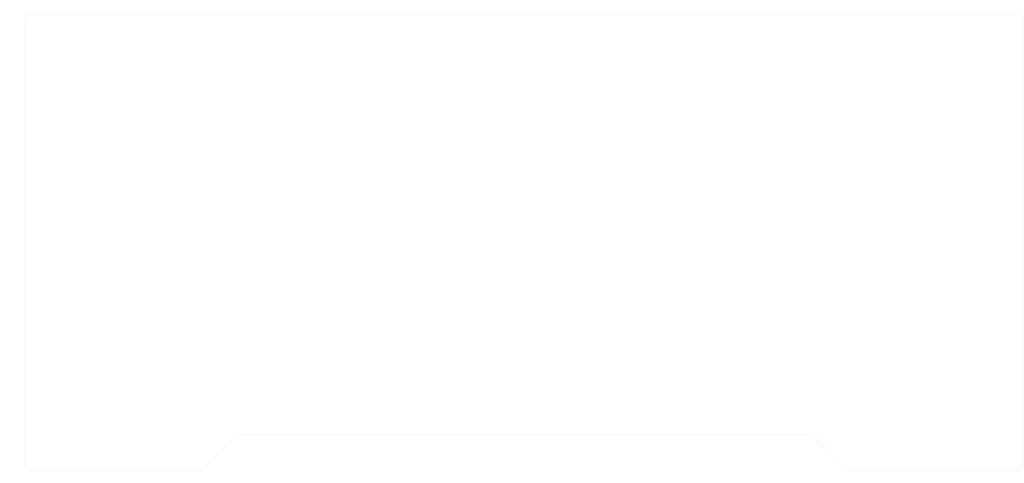
<source format=kicad_pcb>
(kicad_pcb (version 20171130) (host pcbnew "(5.1.2-1)-1")

  (general
    (thickness 1.6)
    (drawings 19)
    (tracks 0)
    (zones 0)
    (modules 0)
    (nets 1)
  )

  (page A3)
  (title_block
    (title "keyboard bridge for MacBook Pro 15inch 2018")
    (date 2019-12-19)
  )

  (layers
    (0 F.Cu signal)
    (31 B.Cu signal)
    (32 B.Adhes user)
    (33 F.Adhes user)
    (34 B.Paste user)
    (35 F.Paste user)
    (36 B.SilkS user)
    (37 F.SilkS user)
    (38 B.Mask user)
    (39 F.Mask user)
    (40 Dwgs.User user)
    (41 Cmts.User user)
    (42 Eco1.User user)
    (43 Eco2.User user)
    (44 Edge.Cuts user)
    (45 Margin user)
    (46 B.CrtYd user)
    (47 F.CrtYd user)
    (48 B.Fab user)
    (49 F.Fab user)
  )

  (setup
    (last_trace_width 0.25)
    (trace_clearance 0.2)
    (zone_clearance 0.508)
    (zone_45_only no)
    (trace_min 0.2)
    (via_size 0.8)
    (via_drill 0.4)
    (via_min_size 0.4)
    (via_min_drill 0.3)
    (uvia_size 0.3)
    (uvia_drill 0.1)
    (uvias_allowed no)
    (uvia_min_size 0.2)
    (uvia_min_drill 0.1)
    (edge_width 0.05)
    (segment_width 0.2)
    (pcb_text_width 0.3)
    (pcb_text_size 1.5 1.5)
    (mod_edge_width 0.12)
    (mod_text_size 1 1)
    (mod_text_width 0.15)
    (pad_size 1.524 1.524)
    (pad_drill 0.762)
    (pad_to_mask_clearance 0.051)
    (solder_mask_min_width 0.25)
    (aux_axis_origin 0 0)
    (visible_elements FFFFFF7F)
    (pcbplotparams
      (layerselection 0x01100_7ffffffe)
      (usegerberextensions false)
      (usegerberattributes false)
      (usegerberadvancedattributes false)
      (creategerberjobfile false)
      (excludeedgelayer false)
      (linewidth 0.100000)
      (plotframeref false)
      (viasonmask false)
      (mode 1)
      (useauxorigin false)
      (hpglpennumber 1)
      (hpglpenspeed 20)
      (hpglpendiameter 15.000000)
      (psnegative false)
      (psa4output false)
      (plotreference false)
      (plotvalue false)
      (plotinvisibletext false)
      (padsonsilk false)
      (subtractmaskfromsilk false)
      (outputformat 4)
      (mirror false)
      (drillshape 2)
      (scaleselection 1)
      (outputdirectory ""))
  )

  (net 0 "")

  (net_class Default "これはデフォルトのネット クラスです。"
    (clearance 0.2)
    (trace_width 0.25)
    (via_dia 0.8)
    (via_drill 0.4)
    (uvia_dia 0.3)
    (uvia_drill 0.1)
  )

  (dimension 49 (width 0.15) (layer Dwgs.User)
    (gr_text "49.000 mm" (at 273.5 150.3) (layer Dwgs.User)
      (effects (font (size 1 1) (thickness 0.15)))
    )
    (feature1 (pts (xy 298 147) (xy 298 149.586421)))
    (feature2 (pts (xy 249 147) (xy 249 149.586421)))
    (crossbar (pts (xy 249 149) (xy 298 149)))
    (arrow1a (pts (xy 298 149) (xy 296.873496 149.586421)))
    (arrow1b (pts (xy 298 149) (xy 296.873496 148.413579)))
    (arrow2a (pts (xy 249 149) (xy 250.126504 149.586421)))
    (arrow2b (pts (xy 249 149) (xy 250.126504 148.413579)))
  )
  (dimension 14.142136 (width 0.15) (layer Dwgs.User)
    (gr_text "14.142 mm" (at 240.080761 145.919239 315) (layer Dwgs.User)
      (effects (font (size 1 1) (thickness 0.15)))
    )
    (feature1 (pts (xy 249 147) (xy 245.585338 150.414662)))
    (feature2 (pts (xy 239 137) (xy 235.585338 140.414662)))
    (crossbar (pts (xy 236 140) (xy 246 150)))
    (arrow1a (pts (xy 246 150) (xy 244.788779 149.618104)))
    (arrow1b (pts (xy 246 150) (xy 245.618104 148.788779)))
    (arrow2a (pts (xy 236 140) (xy 236.381896 141.211221)))
    (arrow2b (pts (xy 236 140) (xy 237.211221 140.381896)))
  )
  (dimension 14.142136 (width 0.15) (layer Dwgs.User)
    (gr_text "14.142 mm" (at 77.919239 145.919239 45) (layer Dwgs.User)
      (effects (font (size 1 1) (thickness 0.15)))
    )
    (feature1 (pts (xy 79 137) (xy 82.414662 140.414662)))
    (feature2 (pts (xy 69 147) (xy 72.414662 150.414662)))
    (crossbar (pts (xy 72 150) (xy 82 140)))
    (arrow1a (pts (xy 82 140) (xy 81.618104 141.211221)))
    (arrow1b (pts (xy 82 140) (xy 80.788779 140.381896)))
    (arrow2a (pts (xy 72 150) (xy 73.211221 149.618104)))
    (arrow2b (pts (xy 72 150) (xy 72.381896 148.788779)))
  )
  (dimension 160 (width 0.15) (layer Dwgs.User)
    (gr_text "160.000 mm" (at 159 140.3) (layer Dwgs.User)
      (effects (font (size 1 1) (thickness 0.15)))
    )
    (feature1 (pts (xy 239 137) (xy 239 139.586421)))
    (feature2 (pts (xy 79 137) (xy 79 139.586421)))
    (crossbar (pts (xy 79 139) (xy 239 139)))
    (arrow1a (pts (xy 239 139) (xy 237.873496 139.586421)))
    (arrow1b (pts (xy 239 139) (xy 237.873496 138.413579)))
    (arrow2a (pts (xy 79 139) (xy 80.126504 139.586421)))
    (arrow2b (pts (xy 79 139) (xy 80.126504 138.413579)))
  )
  (dimension 49 (width 0.15) (layer Dwgs.User)
    (gr_text "49.000 mm" (at 44.5 150.3) (layer Dwgs.User)
      (effects (font (size 1 1) (thickness 0.15)))
    )
    (feature1 (pts (xy 69 147) (xy 69 149.586421)))
    (feature2 (pts (xy 20 147) (xy 20 149.586421)))
    (crossbar (pts (xy 20 149) (xy 69 149)))
    (arrow1a (pts (xy 69 149) (xy 67.873496 149.586421)))
    (arrow1b (pts (xy 69 149) (xy 67.873496 148.413579)))
    (arrow2a (pts (xy 20 149) (xy 21.126504 149.586421)))
    (arrow2b (pts (xy 20 149) (xy 21.126504 148.413579)))
  )
  (dimension 127 (width 0.15) (layer Dwgs.User)
    (gr_text "127.000 mm" (at 16.7 83.5 90) (layer Dwgs.User)
      (effects (font (size 1 1) (thickness 0.15)))
    )
    (feature1 (pts (xy 20 20) (xy 17.413579 20)))
    (feature2 (pts (xy 20 147) (xy 17.413579 147)))
    (crossbar (pts (xy 18 147) (xy 18 20)))
    (arrow1a (pts (xy 18 20) (xy 18.586421 21.126504)))
    (arrow1b (pts (xy 18 20) (xy 17.413579 21.126504)))
    (arrow2a (pts (xy 18 147) (xy 18.586421 145.873496)))
    (arrow2b (pts (xy 18 147) (xy 17.413579 145.873496)))
  )
  (dimension 278 (width 0.15) (layer Dwgs.User)
    (gr_text "278.000 mm" (at 159 16.7) (layer Dwgs.User)
      (effects (font (size 1 1) (thickness 0.15)))
    )
    (feature1 (pts (xy 298 20) (xy 298 17.413579)))
    (feature2 (pts (xy 20 20) (xy 20 17.413579)))
    (crossbar (pts (xy 20 18) (xy 298 18)))
    (arrow1a (pts (xy 298 18) (xy 296.873496 18.586421)))
    (arrow1b (pts (xy 298 18) (xy 296.873496 17.413579)))
    (arrow2a (pts (xy 20 18) (xy 21.126504 18.586421)))
    (arrow2b (pts (xy 20 18) (xy 21.126504 17.413579)))
  )
  (gr_arc (start 22 145) (end 20 145) (angle -90) (layer Edge.Cuts) (width 0.05))
  (gr_arc (start 296 145) (end 296 147) (angle -90) (layer Edge.Cuts) (width 0.05))
  (gr_arc (start 296 22) (end 298 22) (angle -90) (layer Edge.Cuts) (width 0.05))
  (gr_arc (start 22 22) (end 22 20) (angle -90) (layer Edge.Cuts) (width 0.05))
  (gr_line (start 79 137) (end 69 147) (layer Edge.Cuts) (width 0.05))
  (gr_line (start 239 137) (end 249 147) (layer Edge.Cuts) (width 0.05))
  (gr_line (start 20 145) (end 20 22) (layer Edge.Cuts) (width 0.05))
  (gr_line (start 69 147) (end 22 147) (layer Edge.Cuts) (width 0.05))
  (gr_line (start 239 137) (end 79 137) (layer Edge.Cuts) (width 0.05))
  (gr_line (start 296 147) (end 249 147) (layer Edge.Cuts) (width 0.05))
  (gr_line (start 298 22) (end 298 145) (layer Edge.Cuts) (width 0.05))
  (gr_line (start 22 20) (end 296 20) (layer Edge.Cuts) (width 0.05))

)

</source>
